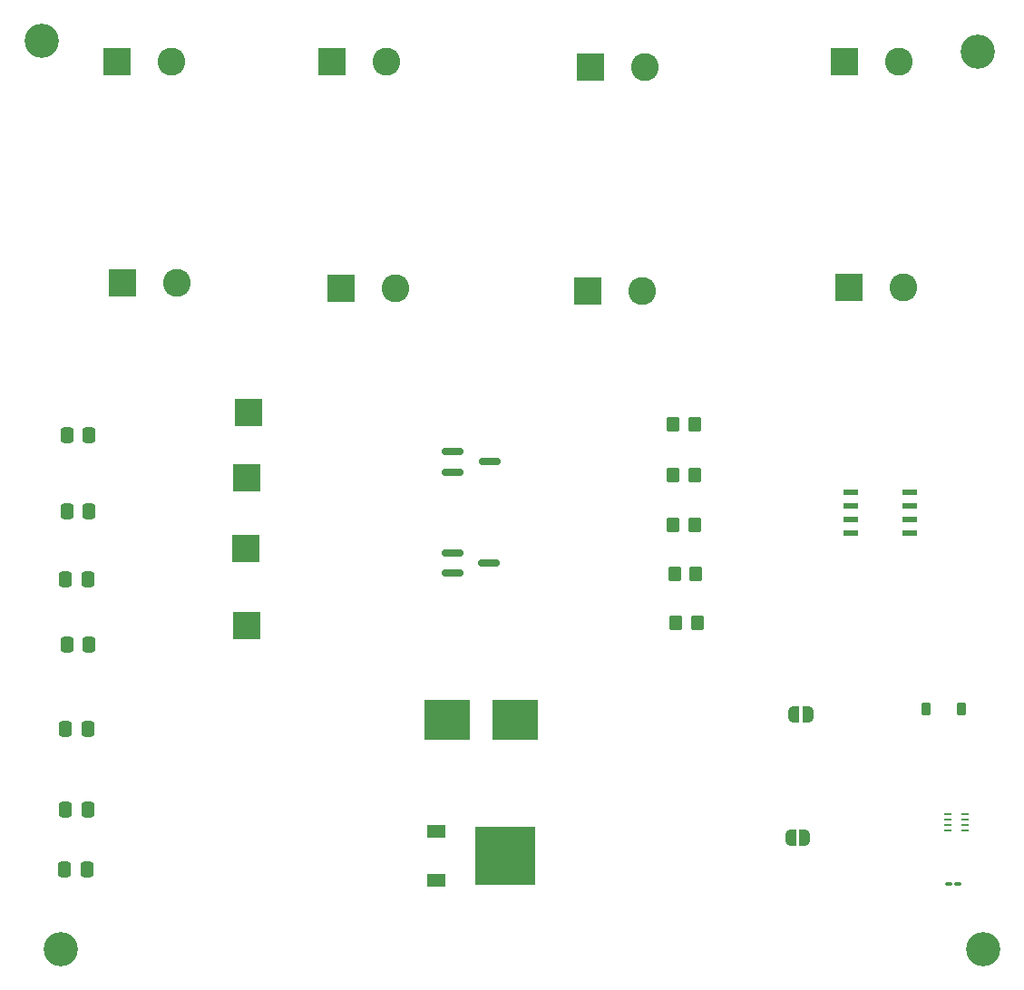
<source format=gbr>
G04 #@! TF.GenerationSoftware,KiCad,Pcbnew,8.0.4*
G04 #@! TF.CreationDate,2024-10-22T20:55:05-05:00*
G04 #@! TF.ProjectId,PCB_split,5043425f-7370-46c6-9974-2e6b69636164,rev?*
G04 #@! TF.SameCoordinates,Original*
G04 #@! TF.FileFunction,Soldermask,Top*
G04 #@! TF.FilePolarity,Negative*
%FSLAX46Y46*%
G04 Gerber Fmt 4.6, Leading zero omitted, Abs format (unit mm)*
G04 Created by KiCad (PCBNEW 8.0.4) date 2024-10-22 20:55:05*
%MOMM*%
%LPD*%
G01*
G04 APERTURE LIST*
G04 Aperture macros list*
%AMRoundRect*
0 Rectangle with rounded corners*
0 $1 Rounding radius*
0 $2 $3 $4 $5 $6 $7 $8 $9 X,Y pos of 4 corners*
0 Add a 4 corners polygon primitive as box body*
4,1,4,$2,$3,$4,$5,$6,$7,$8,$9,$2,$3,0*
0 Add four circle primitives for the rounded corners*
1,1,$1+$1,$2,$3*
1,1,$1+$1,$4,$5*
1,1,$1+$1,$6,$7*
1,1,$1+$1,$8,$9*
0 Add four rect primitives between the rounded corners*
20,1,$1+$1,$2,$3,$4,$5,0*
20,1,$1+$1,$4,$5,$6,$7,0*
20,1,$1+$1,$6,$7,$8,$9,0*
20,1,$1+$1,$8,$9,$2,$3,0*%
%AMFreePoly0*
4,1,19,0.500000,-0.750000,0.000000,-0.750000,0.000000,-0.744911,-0.071157,-0.744911,-0.207708,-0.704816,-0.327430,-0.627875,-0.420627,-0.520320,-0.479746,-0.390866,-0.500000,-0.250000,-0.500000,0.250000,-0.479746,0.390866,-0.420627,0.520320,-0.327430,0.627875,-0.207708,0.704816,-0.071157,0.744911,0.000000,0.744911,0.000000,0.750000,0.500000,0.750000,0.500000,-0.750000,0.500000,-0.750000,
$1*%
%AMFreePoly1*
4,1,19,0.000000,0.744911,0.071157,0.744911,0.207708,0.704816,0.327430,0.627875,0.420627,0.520320,0.479746,0.390866,0.500000,0.250000,0.500000,-0.250000,0.479746,-0.390866,0.420627,-0.520320,0.327430,-0.627875,0.207708,-0.704816,0.071157,-0.744911,0.000000,-0.744911,0.000000,-0.750000,-0.500000,-0.750000,-0.500000,0.750000,0.000000,0.750000,0.000000,0.744911,0.000000,0.744911,
$1*%
G04 Aperture macros list end*
%ADD10RoundRect,0.250000X-0.337500X-0.475000X0.337500X-0.475000X0.337500X0.475000X-0.337500X0.475000X0*%
%ADD11FreePoly0,0.000000*%
%ADD12FreePoly1,0.000000*%
%ADD13RoundRect,0.250000X-0.350000X-0.450000X0.350000X-0.450000X0.350000X0.450000X-0.350000X0.450000X0*%
%ADD14C,3.200000*%
%ADD15R,2.600000X2.600000*%
%ADD16C,2.600000*%
%ADD17R,2.500000X2.500000*%
%ADD18R,0.711200X0.228600*%
%ADD19R,1.699999X1.300000*%
%ADD20R,5.699998X5.499999*%
%ADD21R,4.240000X3.810000*%
%ADD22RoundRect,0.162500X-0.837500X-0.162500X0.837500X-0.162500X0.837500X0.162500X-0.837500X0.162500X0*%
%ADD23R,1.460500X0.558800*%
%ADD24RoundRect,0.225000X-0.225000X-0.375000X0.225000X-0.375000X0.225000X0.375000X-0.225000X0.375000X0*%
%ADD25RoundRect,0.100000X-0.217500X-0.100000X0.217500X-0.100000X0.217500X0.100000X-0.217500X0.100000X0*%
G04 APERTURE END LIST*
D10*
G04 #@! TO.C,C5*
X95439500Y-104267000D03*
X97514500Y-104267000D03*
G04 #@! TD*
D11*
G04 #@! TO.C,JP2*
X163165000Y-114427000D03*
D12*
X164465000Y-114427000D03*
G04 #@! TD*
D10*
G04 #@! TO.C,C6*
X95439500Y-111760000D03*
X97514500Y-111760000D03*
G04 #@! TD*
G04 #@! TO.C,C7*
X95377000Y-117348000D03*
X97452000Y-117348000D03*
G04 #@! TD*
G04 #@! TO.C,C4*
X95566500Y-96393000D03*
X97641500Y-96393000D03*
G04 #@! TD*
D13*
G04 #@! TO.C,R2*
X152178000Y-80518000D03*
X154178000Y-80518000D03*
G04 #@! TD*
D14*
G04 #@! TO.C,H4*
X181102000Y-124841000D03*
G04 #@! TD*
D15*
G04 #@! TO.C,J6*
X144202150Y-63373000D03*
D16*
X149282150Y-63373000D03*
G04 #@! TD*
D17*
G04 #@! TO.C,TP4*
X112395000Y-94615000D03*
G04 #@! TD*
D10*
G04 #@! TO.C,C1*
X95566500Y-76835000D03*
X97641500Y-76835000D03*
G04 #@! TD*
D18*
G04 #@! TO.C,U2*
X177804376Y-112256811D03*
X177804376Y-112756937D03*
X177804376Y-113257063D03*
X177804376Y-113757189D03*
X179404576Y-113757189D03*
X179404576Y-113257063D03*
X179404576Y-112756937D03*
X179404576Y-112256811D03*
G04 #@! TD*
D19*
G04 #@! TO.C,U1*
X130066001Y-113793001D03*
X130066001Y-118362999D03*
D20*
X136506001Y-116078000D03*
G04 #@! TD*
D14*
G04 #@! TO.C,H2*
X180594000Y-41021000D03*
G04 #@! TD*
D16*
G04 #@! TO.C,J7*
X173285150Y-41910000D03*
D15*
X168205150Y-41910000D03*
G04 #@! TD*
D11*
G04 #@! TO.C,JP1*
X163449000Y-102870000D03*
D12*
X164749000Y-102870000D03*
G04 #@! TD*
D15*
G04 #@! TO.C,J4*
X121215150Y-63119000D03*
D16*
X126295150Y-63119000D03*
G04 #@! TD*
D21*
G04 #@! TO.C,F1*
X131044000Y-103378000D03*
X137414000Y-103378000D03*
G04 #@! TD*
D15*
G04 #@! TO.C,J2*
X100768150Y-62611000D03*
D16*
X105848150Y-62611000D03*
G04 #@! TD*
D13*
G04 #@! TO.C,R5*
X152432000Y-94361000D03*
X154432000Y-94361000D03*
G04 #@! TD*
D22*
G04 #@! TO.C,D2*
X131629150Y-78359000D03*
X131629150Y-80259000D03*
X135049150Y-79309000D03*
G04 #@! TD*
D16*
G04 #@! TO.C,J5*
X149531150Y-42469000D03*
D15*
X144451150Y-42469000D03*
G04 #@! TD*
D13*
G04 #@! TO.C,R1*
X152178000Y-75819000D03*
X154178000Y-75819000D03*
G04 #@! TD*
D23*
G04 #@! TO.C,Q1*
X168795700Y-82169000D03*
X168795700Y-83439000D03*
X168795700Y-84709000D03*
X168795700Y-85979000D03*
X174244000Y-85979000D03*
X174244000Y-84709000D03*
X174244000Y-83439000D03*
X174244000Y-82169000D03*
G04 #@! TD*
D17*
G04 #@! TO.C,TP2*
X112395000Y-80772000D03*
G04 #@! TD*
D24*
G04 #@! TO.C,D1*
X175770000Y-102362000D03*
X179070000Y-102362000D03*
G04 #@! TD*
D10*
G04 #@! TO.C,C3*
X95439500Y-90297000D03*
X97514500Y-90297000D03*
G04 #@! TD*
D17*
G04 #@! TO.C,TP1*
X112522000Y-74676000D03*
G04 #@! TD*
D22*
G04 #@! TO.C,D3*
X131581000Y-87823000D03*
X131581000Y-89723000D03*
X135001000Y-88773000D03*
G04 #@! TD*
D13*
G04 #@! TO.C,R4*
X152305000Y-89789000D03*
X154305000Y-89789000D03*
G04 #@! TD*
D16*
G04 #@! TO.C,J1*
X105335150Y-41961000D03*
D15*
X100255150Y-41961000D03*
G04 #@! TD*
D17*
G04 #@! TO.C,TP3*
X112325150Y-87398000D03*
G04 #@! TD*
D15*
G04 #@! TO.C,J8*
X168586150Y-62992000D03*
D16*
X173666150Y-62992000D03*
G04 #@! TD*
G04 #@! TO.C,J3*
X125406150Y-41910000D03*
D15*
X120326150Y-41910000D03*
G04 #@! TD*
D13*
G04 #@! TO.C,R3*
X152178000Y-85217000D03*
X154178000Y-85217000D03*
G04 #@! TD*
D25*
G04 #@! TO.C,L1*
X177900500Y-118745000D03*
X178715500Y-118745000D03*
G04 #@! TD*
D10*
G04 #@! TO.C,C2*
X95566500Y-83947000D03*
X97641500Y-83947000D03*
G04 #@! TD*
D14*
G04 #@! TO.C,H1*
X93218000Y-40005000D03*
G04 #@! TD*
G04 #@! TO.C,H3*
X94996000Y-124841000D03*
G04 #@! TD*
M02*

</source>
